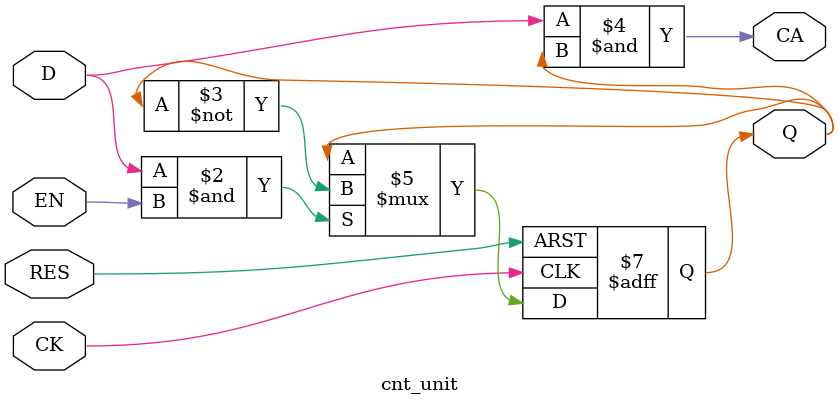
<source format=v>
/*
  1rbgEJE^Ejbg(ñ¯úZbg)

  nrbgJE^ÍAÈºÌW[ð
  nÂÄÑoµÄà\¬Å«éB
*/

module cnt_unit( CK, RES, EN, D, Q, CA );
input   CK, RES, EN, D;
output  Q, CA;
reg     Q;

always @( posedge CK or posedge RES ) begin
    if ( RES )
        Q <= 1'b0;
    else if ( D & EN )
        Q <= ~Q;
end

assign CA = D & Q;

endmodule

</source>
